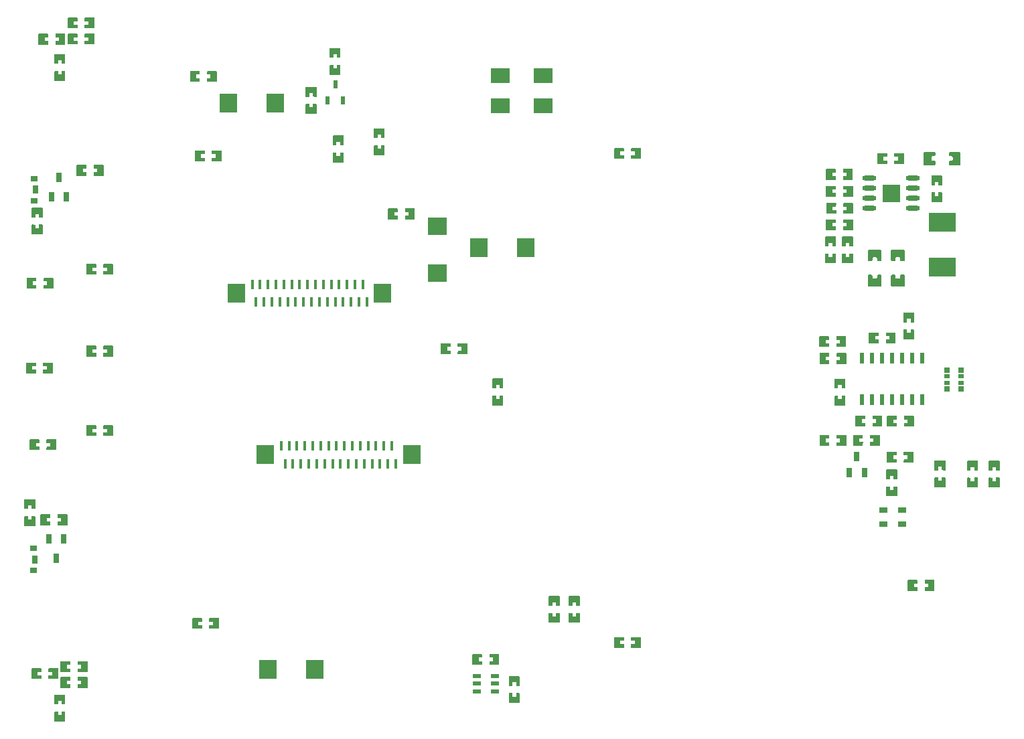
<source format=gbp>
G04 Layer: BottomPasteMaskLayer*
G04 EasyEDA Pro v2.2.40.8, 2025-09-21 19:41:23*
G04 Gerber Generator version 0.3*
G04 Scale: 100 percent, Rotated: No, Reflected: No*
G04 Dimensions in millimeters*
G04 Leading zeros omitted, absolute positions, 4 integers and 5 decimals*
G04 Generated by one-click*
%FSLAX45Y45*%
%MOMM*%
%ADD10R,2.37599X1.9*%
%ADD11R,0.9X0.65001*%
%ADD12R,0.7X1.0*%
%ADD13R,0.7X1.25001*%
%ADD14R,0.4X1.25001*%
%ADD15R,2.2X2.4*%
%ADD16R,0.55999X1.42999*%
%ADD17O,1.8X0.6*%
%ADD18R,2.28999X2.28999*%
%ADD19R,3.5047X2.35001*%
%ADD20R,3.49999X2.35001*%
%ADD21R,2.20749X2.37599*%
%ADD22R,2.37599X2.20749*%
%ADD23R,0.6X1.07*%
%ADD24R,0.8X0.65001*%
%ADD25R,0.8X0.5*%
%ADD26R,1.0X0.75001*%
%ADD27R,1.07201X0.532*%
G75*


G04 PolygonModel Start*
G36*
G01X4983617Y6615196D02*
G01X4983617Y6487198D01*
G01X4988618Y6482197D01*
G01X5103619Y6482197D01*
G01X5108618Y6487198D01*
G01X5109121Y6528201D01*
G01X5064120Y6528201D01*
G01X5064120Y6573200D01*
G01X5108120Y6573200D01*
G01X5108618Y6615196D01*
G01X5103619Y6620198D01*
G01X4988618Y6620198D01*
G01X4983617Y6615196D01*
G37*
G36*
G01X5198618Y6615196D02*
G01X5198621Y6573200D01*
G01X5243119Y6573200D01*
G01X5243119Y6528201D01*
G01X5199121Y6528201D01*
G01X5198618Y6487198D01*
G01X5203619Y6482197D01*
G01X5318618Y6482197D01*
G01X5323619Y6487198D01*
G01X5323619Y6615196D01*
G01X5318618Y6620198D01*
G01X5203619Y6620198D01*
G01X5198618Y6615196D01*
G37*
G36*
G01X1171118Y5916160D02*
G01X1171118Y5788162D01*
G01X1176119Y5783161D01*
G01X1291120Y5783161D01*
G01X1296119Y5788162D01*
G01X1296622Y5829165D01*
G01X1251621Y5829165D01*
G01X1251621Y5874164D01*
G01X1295621Y5874164D01*
G01X1296119Y5916160D01*
G01X1291120Y5921162D01*
G01X1176119Y5921162D01*
G01X1171118Y5916160D01*
G37*
G36*
G01X1386119Y5916160D02*
G01X1386121Y5874164D01*
G01X1430619Y5874164D01*
G01X1430619Y5829165D01*
G01X1386622Y5829165D01*
G01X1386119Y5788162D01*
G01X1391120Y5783161D01*
G01X1506118Y5783161D01*
G01X1511120Y5788162D01*
G01X1511120Y5916160D01*
G01X1506118Y5921162D01*
G01X1391120Y5921162D01*
G01X1386119Y5916160D01*
G37*
G36*
G01X1171118Y4879840D02*
G01X1171118Y4751842D01*
G01X1176119Y4746841D01*
G01X1291120Y4746841D01*
G01X1296119Y4751842D01*
G01X1296622Y4792845D01*
G01X1251621Y4792845D01*
G01X1251621Y4837844D01*
G01X1295621Y4837844D01*
G01X1296119Y4879840D01*
G01X1291120Y4884842D01*
G01X1176119Y4884842D01*
G01X1171118Y4879840D01*
G37*
G36*
G01X1386119Y4879840D02*
G01X1386121Y4837844D01*
G01X1430619Y4837844D01*
G01X1430619Y4792845D01*
G01X1386622Y4792845D01*
G01X1386119Y4751842D01*
G01X1391120Y4746841D01*
G01X1506118Y4746841D01*
G01X1511120Y4751842D01*
G01X1511120Y4879840D01*
G01X1506118Y4884842D01*
G01X1391120Y4884842D01*
G01X1386119Y4879840D01*
G37*
G36*
G01X1171118Y3874000D02*
G01X1171118Y3746002D01*
G01X1176119Y3741001D01*
G01X1291120Y3741001D01*
G01X1296119Y3746002D01*
G01X1296622Y3787005D01*
G01X1251621Y3787005D01*
G01X1251621Y3832004D01*
G01X1295621Y3832004D01*
G01X1296119Y3874000D01*
G01X1291120Y3879002D01*
G01X1176119Y3879002D01*
G01X1171118Y3874000D01*
G37*
G36*
G01X1386119Y3874000D02*
G01X1386121Y3832004D01*
G01X1430619Y3832004D01*
G01X1430619Y3787005D01*
G01X1386622Y3787005D01*
G01X1386119Y3746002D01*
G01X1391120Y3741001D01*
G01X1506118Y3741001D01*
G01X1511120Y3746002D01*
G01X1511120Y3874000D01*
G01X1506118Y3879002D01*
G01X1391120Y3879002D01*
G01X1386119Y3874000D01*
G37*
G36*
G01X7276600Y1379398D02*
G01X7404598Y1379398D01*
G01X7409599Y1384399D01*
G01X7409599Y1499400D01*
G01X7404598Y1504399D01*
G01X7363595Y1504902D01*
G01X7363595Y1459901D01*
G01X7318596Y1459901D01*
G01X7318596Y1503901D01*
G01X7276600Y1504399D01*
G01X7271598Y1499400D01*
G01X7271598Y1384399D01*
G01X7276600Y1379398D01*
G37*
G36*
G01X7276600Y1594399D02*
G01X7318596Y1594401D01*
G01X7318596Y1638899D01*
G01X7363595Y1638899D01*
G01X7363595Y1594902D01*
G01X7404598Y1594399D01*
G01X7409599Y1599400D01*
G01X7409599Y1714398D01*
G01X7404598Y1719400D01*
G01X7276600Y1719400D01*
G01X7271598Y1714398D01*
G01X7271598Y1599400D01*
G01X7276600Y1594399D01*
G37*
G36*
G01X7022600Y1379398D02*
G01X7150598Y1379398D01*
G01X7155599Y1384399D01*
G01X7155599Y1499400D01*
G01X7150598Y1504399D01*
G01X7109595Y1504902D01*
G01X7109595Y1459901D01*
G01X7064596Y1459901D01*
G01X7064596Y1503901D01*
G01X7022600Y1504399D01*
G01X7017598Y1499400D01*
G01X7017598Y1384399D01*
G01X7022600Y1379398D01*
G37*
G36*
G01X7022600Y1594399D02*
G01X7064596Y1594401D01*
G01X7064596Y1638899D01*
G01X7109595Y1638899D01*
G01X7109595Y1594902D01*
G01X7150598Y1594399D01*
G01X7155599Y1599400D01*
G01X7155599Y1714398D01*
G01X7150598Y1719400D01*
G01X7022600Y1719400D01*
G01X7017598Y1714398D01*
G01X7017598Y1599400D01*
G01X7022600Y1594399D01*
G37*
G36*
G01X755261Y5610449D02*
G01X755261Y5738447D01*
G01X750260Y5743448D01*
G01X635259Y5743448D01*
G01X630260Y5738447D01*
G01X629757Y5697444D01*
G01X674759Y5697444D01*
G01X674759Y5652445D01*
G01X630758Y5652445D01*
G01X630260Y5610449D01*
G01X635259Y5605447D01*
G01X750260Y5605447D01*
G01X755261Y5610449D01*
G37*
G36*
G01X540261Y5610449D02*
G01X540258Y5652445D01*
G01X495760Y5652445D01*
G01X495760Y5697444D01*
G01X539758Y5697444D01*
G01X540261Y5738447D01*
G01X535259Y5743448D01*
G01X420261Y5743448D01*
G01X415260Y5738447D01*
G01X415260Y5610449D01*
G01X420261Y5605447D01*
G01X535259Y5605447D01*
G01X540261Y5610449D01*
G37*
G36*
G01X749122Y4538480D02*
G01X749122Y4666478D01*
G01X744121Y4671479D01*
G01X629120Y4671479D01*
G01X624121Y4666478D01*
G01X623618Y4625475D01*
G01X668619Y4625475D01*
G01X668619Y4580476D01*
G01X624619Y4580476D01*
G01X624121Y4538480D01*
G01X629120Y4533478D01*
G01X744121Y4533478D01*
G01X749122Y4538480D01*
G37*
G36*
G01X534121Y4538480D02*
G01X534119Y4580476D01*
G01X489621Y4580476D01*
G01X489621Y4625475D01*
G01X533618Y4625475D01*
G01X534121Y4666478D01*
G01X529120Y4671479D01*
G01X414122Y4671479D01*
G01X409120Y4666478D01*
G01X409120Y4538480D01*
G01X414122Y4533478D01*
G01X529120Y4533478D01*
G01X534121Y4538480D01*
G37*
G36*
G01X793279Y3568289D02*
G01X793279Y3696287D01*
G01X788278Y3701288D01*
G01X673277Y3701288D01*
G01X668278Y3696287D01*
G01X667775Y3655284D01*
G01X712776Y3655284D01*
G01X712776Y3610285D01*
G01X668776Y3610285D01*
G01X668278Y3568289D01*
G01X673277Y3563287D01*
G01X788278Y3563287D01*
G01X793279Y3568289D01*
G37*
G36*
G01X578278Y3568289D02*
G01X578275Y3610285D01*
G01X533777Y3610285D01*
G01X533777Y3655284D01*
G01X577775Y3655284D01*
G01X578278Y3696287D01*
G01X573277Y3701288D01*
G01X458278Y3701288D01*
G01X453277Y3696287D01*
G01X453277Y3568289D01*
G01X458278Y3563287D01*
G01X573277Y3563287D01*
G01X578278Y3568289D01*
G37*
G36*
G01X4379996Y8651103D02*
G01X4251998Y8651103D01*
G01X4246997Y8646102D01*
G01X4246997Y8531101D01*
G01X4251998Y8526102D01*
G01X4293001Y8525599D01*
G01X4293001Y8570600D01*
G01X4338000Y8570600D01*
G01X4338000Y8526600D01*
G01X4379996Y8526102D01*
G01X4384998Y8531101D01*
G01X4384998Y8646102D01*
G01X4379996Y8651103D01*
G37*
G36*
G01X4379996Y8436102D02*
G01X4338000Y8436099D01*
G01X4338000Y8391601D01*
G01X4293001Y8391601D01*
G01X4293001Y8435599D01*
G01X4251998Y8436102D01*
G01X4246997Y8431101D01*
G01X4246997Y8316102D01*
G01X4251998Y8311101D01*
G01X4379996Y8311101D01*
G01X4384998Y8316102D01*
G01X4384998Y8431101D01*
G01X4379996Y8436102D01*
G37*
G36*
G01X932002Y2618240D02*
G01X932002Y2746238D01*
G01X927001Y2751239D01*
G01X812000Y2751239D01*
G01X807001Y2746238D01*
G01X806498Y2705235D01*
G01X851499Y2705235D01*
G01X851499Y2660236D01*
G01X807499Y2660236D01*
G01X807001Y2618240D01*
G01X812000Y2613238D01*
G01X927001Y2613238D01*
G01X932002Y2618240D01*
G37*
G36*
G01X717001Y2618240D02*
G01X716999Y2660236D01*
G01X672501Y2660236D01*
G01X672501Y2705235D01*
G01X716498Y2705235D01*
G01X717001Y2746238D01*
G01X712000Y2751239D01*
G01X597002Y2751239D01*
G01X592000Y2746238D01*
G01X592000Y2618240D01*
G01X597002Y2613238D01*
G01X712000Y2613238D01*
G01X717001Y2618240D01*
G37*
G36*
G01X393200Y2603678D02*
G01X521198Y2603678D01*
G01X526199Y2608679D01*
G01X526199Y2723680D01*
G01X521198Y2728679D01*
G01X480195Y2729182D01*
G01X480195Y2684181D01*
G01X435196Y2684181D01*
G01X435196Y2728181D01*
G01X393200Y2728679D01*
G01X388198Y2723680D01*
G01X388198Y2608679D01*
G01X393200Y2603678D01*
G37*
G36*
G01X393200Y2818679D02*
G01X435196Y2818681D01*
G01X435196Y2863179D01*
G01X480195Y2863179D01*
G01X480195Y2819182D01*
G01X521198Y2818679D01*
G01X526199Y2823680D01*
G01X526199Y2938678D01*
G01X521198Y2943680D01*
G01X393200Y2943680D01*
G01X388198Y2938678D01*
G01X388198Y2823680D01*
G01X393200Y2818679D01*
G37*
G36*
G01X1389202Y7037840D02*
G01X1389202Y7165838D01*
G01X1384201Y7170839D01*
G01X1269200Y7170839D01*
G01X1264201Y7165838D01*
G01X1263698Y7124835D01*
G01X1308699Y7124835D01*
G01X1308699Y7079836D01*
G01X1264699Y7079836D01*
G01X1264201Y7037840D01*
G01X1269200Y7032838D01*
G01X1384201Y7032838D01*
G01X1389202Y7037840D01*
G37*
G36*
G01X1174201Y7037840D02*
G01X1174199Y7079836D01*
G01X1129701Y7079836D01*
G01X1129701Y7124835D01*
G01X1173698Y7124835D01*
G01X1174201Y7165838D01*
G01X1169200Y7170839D01*
G01X1054202Y7170839D01*
G01X1049200Y7165838D01*
G01X1049200Y7037840D01*
G01X1054202Y7032838D01*
G01X1169200Y7032838D01*
G01X1174201Y7037840D01*
G37*
G36*
G01X612640Y6631762D02*
G01X484642Y6631762D01*
G01X479641Y6626761D01*
G01X479641Y6511760D01*
G01X484642Y6506761D01*
G01X525645Y6506258D01*
G01X525645Y6551259D01*
G01X570644Y6551259D01*
G01X570644Y6507259D01*
G01X612640Y6506761D01*
G01X617642Y6511760D01*
G01X617642Y6626761D01*
G01X612640Y6631762D01*
G37*
G36*
G01X612640Y6416761D02*
G01X570644Y6416759D01*
G01X570644Y6372261D01*
G01X525645Y6372261D01*
G01X525645Y6416258D01*
G01X484642Y6416761D01*
G01X479641Y6411760D01*
G01X479641Y6296762D01*
G01X484642Y6291760D01*
G01X612640Y6291760D01*
G01X617642Y6296762D01*
G01X617642Y6411760D01*
G01X612640Y6416761D01*
G37*
G36*
G01X10437038Y5001760D02*
G01X10437038Y4873762D01*
G01X10442039Y4868761D01*
G01X10557040Y4868761D01*
G01X10562039Y4873762D01*
G01X10562542Y4914765D01*
G01X10517541Y4914765D01*
G01X10517541Y4959764D01*
G01X10561541Y4959764D01*
G01X10562039Y5001760D01*
G01X10557040Y5006762D01*
G01X10442039Y5006762D01*
G01X10437038Y5001760D01*
G37*
G36*
G01X10652039Y5001760D02*
G01X10652041Y4959764D01*
G01X10696539Y4959764D01*
G01X10696539Y4914765D01*
G01X10652542Y4914765D01*
G01X10652039Y4873762D01*
G01X10657040Y4868761D01*
G01X10772038Y4868761D01*
G01X10777040Y4873762D01*
G01X10777040Y5001760D01*
G01X10772038Y5006762D01*
G01X10657040Y5006762D01*
G01X10652039Y5001760D01*
G37*
G36*
G01X10863758Y3752080D02*
G01X10863758Y3624082D01*
G01X10868759Y3619081D01*
G01X10983760Y3619081D01*
G01X10988759Y3624082D01*
G01X10989262Y3665085D01*
G01X10944261Y3665085D01*
G01X10944261Y3710084D01*
G01X10988261Y3710084D01*
G01X10988759Y3752080D01*
G01X10983760Y3757082D01*
G01X10868759Y3757082D01*
G01X10863758Y3752080D01*
G37*
G36*
G01X11078759Y3752080D02*
G01X11078761Y3710084D01*
G01X11123259Y3710084D01*
G01X11123259Y3665085D01*
G01X11079262Y3665085D01*
G01X11078759Y3624082D01*
G01X11083760Y3619081D01*
G01X11198758Y3619081D01*
G01X11203760Y3624082D01*
G01X11203760Y3752080D01*
G01X11198758Y3757082D01*
G01X11083760Y3757082D01*
G01X11078759Y3752080D01*
G37*
G36*
G01X10894238Y3995920D02*
G01X10894238Y3867922D01*
G01X10899239Y3862921D01*
G01X11014240Y3862921D01*
G01X11019239Y3867922D01*
G01X11019742Y3908925D01*
G01X10974741Y3908925D01*
G01X10974741Y3953924D01*
G01X11018741Y3953924D01*
G01X11019239Y3995920D01*
G01X11014240Y4000922D01*
G01X10899239Y4000922D01*
G01X10894238Y3995920D01*
G37*
G36*
G01X11109239Y3995920D02*
G01X11109241Y3953924D01*
G01X11153739Y3953924D01*
G01X11153739Y3908925D01*
G01X11109742Y3908925D01*
G01X11109239Y3867922D01*
G01X11114240Y3862921D01*
G01X11229238Y3862921D01*
G01X11234240Y3867922D01*
G01X11234240Y3995920D01*
G01X11229238Y4000922D01*
G01X11114240Y4000922D01*
G01X11109239Y3995920D01*
G37*
G36*
G01X10762480Y4467682D02*
G01X10634482Y4467682D01*
G01X10629481Y4462681D01*
G01X10629481Y4347680D01*
G01X10634482Y4342681D01*
G01X10675485Y4342178D01*
G01X10675485Y4387179D01*
G01X10720484Y4387179D01*
G01X10720484Y4343179D01*
G01X10762480Y4342681D01*
G01X10767482Y4347680D01*
G01X10767482Y4462681D01*
G01X10762480Y4467682D01*
G37*
G36*
G01X10762480Y4252681D02*
G01X10720484Y4252679D01*
G01X10720484Y4208181D01*
G01X10675485Y4208181D01*
G01X10675485Y4252178D01*
G01X10634482Y4252681D01*
G01X10629481Y4247680D01*
G01X10629481Y4132682D01*
G01X10634482Y4127680D01*
G01X10762480Y4127680D01*
G01X10767482Y4132682D01*
G01X10767482Y4247680D01*
G01X10762480Y4252681D01*
G37*
G36*
G01X11403143Y4918219D02*
G01X11403143Y5046217D01*
G01X11398142Y5051218D01*
G01X11283141Y5051218D01*
G01X11278142Y5046217D01*
G01X11277639Y5005214D01*
G01X11322641Y5005214D01*
G01X11322641Y4960215D01*
G01X11278640Y4960215D01*
G01X11278142Y4918219D01*
G01X11283141Y4913217D01*
G01X11398142Y4913217D01*
G01X11403143Y4918219D01*
G37*
G36*
G01X11188142Y4918219D02*
G01X11188140Y4960215D01*
G01X11143642Y4960215D01*
G01X11143642Y5005214D01*
G01X11187640Y5005214D01*
G01X11188142Y5046217D01*
G01X11183141Y5051218D01*
G01X11068143Y5051218D01*
G01X11063141Y5046217D01*
G01X11063141Y4918219D01*
G01X11068143Y4913217D01*
G01X11183141Y4913217D01*
G01X11188142Y4918219D01*
G37*
G36*
G01X11632421Y5304621D02*
G01X11504423Y5304621D01*
G01X11499422Y5299620D01*
G01X11499422Y5184619D01*
G01X11504423Y5179620D01*
G01X11545426Y5179117D01*
G01X11545426Y5224118D01*
G01X11590425Y5224118D01*
G01X11590425Y5180118D01*
G01X11632421Y5179620D01*
G01X11637423Y5184619D01*
G01X11637423Y5299620D01*
G01X11632421Y5304621D01*
G37*
G36*
G01X11632421Y5089620D02*
G01X11590425Y5089618D01*
G01X11590425Y5045119D01*
G01X11545426Y5045119D01*
G01X11545426Y5089117D01*
G01X11504423Y5089620D01*
G01X11499422Y5084619D01*
G01X11499422Y4969620D01*
G01X11504423Y4964619D01*
G01X11632421Y4964619D01*
G01X11637423Y4969620D01*
G01X11637423Y5084619D01*
G01X11632421Y5089620D01*
G37*
G36*
G01X10439537Y4786396D02*
G01X10439537Y4658398D01*
G01X10444538Y4653397D01*
G01X10559539Y4653397D01*
G01X10564538Y4658398D01*
G01X10565041Y4699401D01*
G01X10520040Y4699401D01*
G01X10520040Y4744400D01*
G01X10564040Y4744400D01*
G01X10564538Y4786396D01*
G01X10559539Y4791398D01*
G01X10444538Y4791398D01*
G01X10439537Y4786396D01*
G37*
G36*
G01X10654538Y4786396D02*
G01X10654541Y4744400D01*
G01X10699039Y4744400D01*
G01X10699039Y4699401D01*
G01X10655041Y4699401D01*
G01X10654538Y4658398D01*
G01X10659539Y4653397D01*
G01X10774538Y4653397D01*
G01X10779539Y4658398D01*
G01X10779539Y4786396D01*
G01X10774538Y4791398D01*
G01X10659539Y4791398D01*
G01X10654538Y4786396D01*
G37*
G36*
G01X2821762Y8226560D02*
G01X2821762Y8354558D01*
G01X2816761Y8359559D01*
G01X2701760Y8359559D01*
G01X2696761Y8354558D01*
G01X2696258Y8313555D01*
G01X2741259Y8313555D01*
G01X2741259Y8268556D01*
G01X2697259Y8268556D01*
G01X2696761Y8226560D01*
G01X2701760Y8221558D01*
G01X2816761Y8221558D01*
G01X2821762Y8226560D01*
G37*
G36*
G01X2606761Y8226560D02*
G01X2606759Y8268556D01*
G01X2562261Y8268556D01*
G01X2562261Y8313555D01*
G01X2606258Y8313555D01*
G01X2606761Y8354558D01*
G01X2601760Y8359559D01*
G01X2486762Y8359559D01*
G01X2481760Y8354558D01*
G01X2481760Y8226560D01*
G01X2486762Y8221558D01*
G01X2601760Y8221558D01*
G01X2606761Y8226560D01*
G37*
G36*
G01X2509698Y1435600D02*
G01X2509698Y1307602D01*
G01X2514699Y1302601D01*
G01X2629700Y1302601D01*
G01X2634699Y1307602D01*
G01X2635202Y1348605D01*
G01X2590201Y1348605D01*
G01X2590201Y1393604D01*
G01X2634201Y1393604D01*
G01X2634699Y1435600D01*
G01X2629700Y1440602D01*
G01X2514699Y1440602D01*
G01X2509698Y1435600D01*
G37*
G36*
G01X2724699Y1435600D02*
G01X2724701Y1393604D01*
G01X2769199Y1393604D01*
G01X2769199Y1348605D01*
G01X2725202Y1348605D01*
G01X2724699Y1307602D01*
G01X2729700Y1302601D01*
G01X2844698Y1302601D01*
G01X2849700Y1307602D01*
G01X2849700Y1435600D01*
G01X2844698Y1440602D01*
G01X2729700Y1440602D01*
G01X2724699Y1435600D01*
G37*
G36*
G01X6308324Y4130177D02*
G01X6436322Y4130177D01*
G01X6441323Y4135178D01*
G01X6441323Y4250179D01*
G01X6436322Y4255178D01*
G01X6395319Y4255681D01*
G01X6395319Y4210680D01*
G01X6350320Y4210680D01*
G01X6350320Y4254680D01*
G01X6308324Y4255178D01*
G01X6303322Y4250179D01*
G01X6303322Y4135178D01*
G01X6308324Y4130177D01*
G37*
G36*
G01X6308324Y4345178D02*
G01X6350320Y4345181D01*
G01X6350320Y4389679D01*
G01X6395319Y4389679D01*
G01X6395319Y4345681D01*
G01X6436322Y4345178D01*
G01X6441323Y4350179D01*
G01X6441323Y4465178D01*
G01X6436322Y4470179D01*
G01X6308324Y4470179D01*
G01X6303322Y4465178D01*
G01X6303322Y4350179D01*
G01X6308324Y4345178D01*
G37*
G36*
G01X8183743Y7253204D02*
G01X8183743Y7381202D01*
G01X8178742Y7386203D01*
G01X8063741Y7386203D01*
G01X8058742Y7381202D01*
G01X8058239Y7340199D01*
G01X8103240Y7340199D01*
G01X8103240Y7295200D01*
G01X8059240Y7295200D01*
G01X8058742Y7253204D01*
G01X8063741Y7248202D01*
G01X8178742Y7248202D01*
G01X8183743Y7253204D01*
G37*
G36*
G01X7968742Y7253204D02*
G01X7968739Y7295200D01*
G01X7924241Y7295200D01*
G01X7924241Y7340199D01*
G01X7968239Y7340199D01*
G01X7968742Y7381202D01*
G01X7963741Y7386203D01*
G01X7848742Y7386203D01*
G01X7843741Y7381202D01*
G01X7843741Y7253204D01*
G01X7848742Y7248202D01*
G01X7963741Y7248202D01*
G01X7968742Y7253204D01*
G37*
G36*
G01X8183743Y1065764D02*
G01X8183743Y1193762D01*
G01X8178742Y1198763D01*
G01X8063741Y1198763D01*
G01X8058742Y1193762D01*
G01X8058239Y1152759D01*
G01X8103240Y1152759D01*
G01X8103240Y1107760D01*
G01X8059240Y1107760D01*
G01X8058742Y1065764D01*
G01X8063741Y1060762D01*
G01X8178742Y1060762D01*
G01X8183743Y1065764D01*
G37*
G36*
G01X7968742Y1065764D02*
G01X7968739Y1107760D01*
G01X7924241Y1107760D01*
G01X7924241Y1152759D01*
G01X7968239Y1152759D01*
G01X7968742Y1193762D01*
G01X7963741Y1198763D01*
G01X7848742Y1198763D01*
G01X7843741Y1193762D01*
G01X7843741Y1065764D01*
G01X7848742Y1060762D01*
G01X7963741Y1060762D01*
G01X7968742Y1065764D01*
G37*
G36*
G01X12438880Y3431362D02*
G01X12310882Y3431362D01*
G01X12305881Y3426361D01*
G01X12305881Y3311360D01*
G01X12310882Y3306361D01*
G01X12351885Y3305858D01*
G01X12351885Y3350859D01*
G01X12396884Y3350859D01*
G01X12396884Y3306859D01*
G01X12438880Y3306361D01*
G01X12443882Y3311360D01*
G01X12443882Y3426361D01*
G01X12438880Y3431362D01*
G37*
G36*
G01X12438880Y3216361D02*
G01X12396884Y3216359D01*
G01X12396884Y3171861D01*
G01X12351885Y3171861D01*
G01X12351885Y3215858D01*
G01X12310882Y3216361D01*
G01X12305881Y3211360D01*
G01X12305881Y3096362D01*
G01X12310882Y3091360D01*
G01X12438880Y3091360D01*
G01X12443882Y3096362D01*
G01X12443882Y3211360D01*
G01X12438880Y3216361D01*
G37*
G36*
G01X12713200Y3431362D02*
G01X12585202Y3431362D01*
G01X12580201Y3426361D01*
G01X12580201Y3311360D01*
G01X12585202Y3306361D01*
G01X12626205Y3305858D01*
G01X12626205Y3350859D01*
G01X12671204Y3350859D01*
G01X12671204Y3306859D01*
G01X12713200Y3306361D01*
G01X12718202Y3311360D01*
G01X12718202Y3426361D01*
G01X12713200Y3431362D01*
G37*
G36*
G01X12713200Y3216361D02*
G01X12671204Y3216359D01*
G01X12671204Y3171861D01*
G01X12626205Y3171861D01*
G01X12626205Y3215858D01*
G01X12585202Y3216361D01*
G01X12580201Y3211360D01*
G01X12580201Y3096362D01*
G01X12585202Y3091360D01*
G01X12713200Y3091360D01*
G01X12718202Y3096362D01*
G01X12718202Y3211360D01*
G01X12713200Y3216361D01*
G37*
G36*
G01X900196Y472303D02*
G01X772198Y472303D01*
G01X767197Y467302D01*
G01X767197Y352301D01*
G01X772198Y347302D01*
G01X813201Y346799D01*
G01X813201Y391800D01*
G01X858200Y391800D01*
G01X858200Y347800D01*
G01X900196Y347302D01*
G01X905198Y352301D01*
G01X905198Y467302D01*
G01X900196Y472303D01*
G37*
G36*
G01X900196Y257302D02*
G01X858200Y257299D01*
G01X858200Y212801D01*
G01X813201Y212801D01*
G01X813201Y256799D01*
G01X772198Y257302D01*
G01X767197Y252301D01*
G01X767197Y137302D01*
G01X772198Y132301D01*
G01X900196Y132301D01*
G01X905198Y137302D01*
G01X905198Y252301D01*
G01X900196Y257302D01*
G37*
G36*
G01X844828Y690211D02*
G01X844828Y562212D01*
G01X849829Y557211D01*
G01X964830Y557211D01*
G01X969829Y562212D01*
G01X970332Y603216D01*
G01X925331Y603216D01*
G01X925331Y648214D01*
G01X969331Y648214D01*
G01X969829Y690211D01*
G01X964830Y695212D01*
G01X849829Y695212D01*
G01X844828Y690211D01*
G37*
G36*
G01X1059829Y690211D02*
G01X1059832Y648214D01*
G01X1104330Y648214D01*
G01X1104330Y603216D01*
G01X1060332Y603216D01*
G01X1059829Y562212D01*
G01X1064830Y557211D01*
G01X1179829Y557211D01*
G01X1184830Y562212D01*
G01X1184830Y690211D01*
G01X1179829Y695212D01*
G01X1064830Y695212D01*
G01X1059829Y690211D01*
G37*
G36*
G01X817702Y672600D02*
G01X817702Y800598D01*
G01X812701Y805599D01*
G01X697700Y805599D01*
G01X692701Y800598D01*
G01X692198Y759595D01*
G01X737199Y759595D01*
G01X737199Y714596D01*
G01X693199Y714596D01*
G01X692701Y672600D01*
G01X697700Y667598D01*
G01X812701Y667598D01*
G01X817702Y672600D01*
G37*
G36*
G01X602701Y672600D02*
G01X602699Y714596D01*
G01X558201Y714596D01*
G01X558201Y759595D01*
G01X602198Y759595D01*
G01X602701Y800598D01*
G01X597700Y805599D01*
G01X482702Y805599D01*
G01X477700Y800598D01*
G01X477700Y672600D01*
G01X482702Y667598D01*
G01X597700Y667598D01*
G01X602701Y672600D01*
G37*
G36*
G01X900196Y8574903D02*
G01X772198Y8574903D01*
G01X767197Y8569902D01*
G01X767197Y8454901D01*
G01X772198Y8449902D01*
G01X813201Y8449399D01*
G01X813201Y8494400D01*
G01X858200Y8494400D01*
G01X858200Y8450400D01*
G01X900196Y8449902D01*
G01X905198Y8454901D01*
G01X905198Y8569902D01*
G01X900196Y8574903D01*
G37*
G36*
G01X900196Y8359902D02*
G01X858200Y8359899D01*
G01X858200Y8315401D01*
G01X813201Y8315401D01*
G01X813201Y8359399D01*
G01X772198Y8359902D01*
G01X767197Y8354901D01*
G01X767197Y8239902D01*
G01X772198Y8234901D01*
G01X900196Y8234901D01*
G01X905198Y8239902D01*
G01X905198Y8354901D01*
G01X900196Y8359902D01*
G37*
G36*
G01X934898Y8827000D02*
G01X934898Y8699002D01*
G01X939899Y8694001D01*
G01X1054900Y8694001D01*
G01X1059899Y8699002D01*
G01X1060402Y8740005D01*
G01X1015401Y8740005D01*
G01X1015401Y8785004D01*
G01X1059401Y8785004D01*
G01X1059899Y8827000D01*
G01X1054900Y8832002D01*
G01X939899Y8832002D01*
G01X934898Y8827000D01*
G37*
G36*
G01X1149899Y8827000D02*
G01X1149901Y8785004D01*
G01X1194399Y8785004D01*
G01X1194399Y8740005D01*
G01X1150402Y8740005D01*
G01X1149899Y8699002D01*
G01X1154900Y8694001D01*
G01X1269898Y8694001D01*
G01X1274900Y8699002D01*
G01X1274900Y8827000D01*
G01X1269898Y8832002D01*
G01X1154900Y8832002D01*
G01X1149899Y8827000D01*
G37*
G36*
G01X904062Y8696460D02*
G01X904062Y8824458D01*
G01X899061Y8829459D01*
G01X784060Y8829459D01*
G01X779061Y8824458D01*
G01X778558Y8783455D01*
G01X823559Y8783455D01*
G01X823559Y8738456D01*
G01X779559Y8738456D01*
G01X779061Y8696460D01*
G01X784060Y8691458D01*
G01X899061Y8691458D01*
G01X904062Y8696460D01*
G37*
G36*
G01X689061Y8696460D02*
G01X689059Y8738456D01*
G01X644561Y8738456D01*
G01X644561Y8783455D01*
G01X688558Y8783455D01*
G01X689061Y8824458D01*
G01X684060Y8829459D01*
G01X569062Y8829459D01*
G01X564060Y8824458D01*
G01X564060Y8696460D01*
G01X569062Y8691458D01*
G01X684060Y8691458D01*
G01X689061Y8696460D01*
G37*
G36*
G01X11292977Y3993916D02*
G01X11292977Y3865918D01*
G01X11297978Y3860917D01*
G01X11412979Y3860917D01*
G01X11417978Y3865918D01*
G01X11418481Y3906921D01*
G01X11373480Y3906921D01*
G01X11373480Y3951920D01*
G01X11417480Y3951920D01*
G01X11417978Y3993916D01*
G01X11412979Y3998918D01*
G01X11297978Y3998918D01*
G01X11292977Y3993916D01*
G37*
G36*
G01X11507978Y3993916D02*
G01X11507981Y3951920D01*
G01X11552479Y3951920D01*
G01X11552479Y3906921D01*
G01X11508481Y3906921D01*
G01X11507978Y3865918D01*
G01X11512979Y3860917D01*
G01X11627978Y3860917D01*
G01X11632979Y3865918D01*
G01X11632979Y3993916D01*
G01X11627978Y3998918D01*
G01X11512979Y3998918D01*
G01X11507978Y3993916D01*
G37*
G36*
G01X5651678Y4910320D02*
G01X5651678Y4782322D01*
G01X5656679Y4777321D01*
G01X5771680Y4777321D01*
G01X5776679Y4782322D01*
G01X5777182Y4823325D01*
G01X5732181Y4823325D01*
G01X5732181Y4868324D01*
G01X5776181Y4868324D01*
G01X5776679Y4910320D01*
G01X5771680Y4915322D01*
G01X5656679Y4915322D01*
G01X5651678Y4910320D01*
G37*
G36*
G01X5866679Y4910320D02*
G01X5866681Y4868324D01*
G01X5911179Y4868324D01*
G01X5911179Y4823325D01*
G01X5867182Y4823325D01*
G01X5866679Y4782322D01*
G01X5871680Y4777321D01*
G01X5986678Y4777321D01*
G01X5991680Y4782322D01*
G01X5991680Y4910320D01*
G01X5986678Y4915322D01*
G01X5871680Y4915322D01*
G01X5866679Y4910320D01*
G37*
G36*
G01X11290478Y3538720D02*
G01X11290478Y3410722D01*
G01X11295479Y3405721D01*
G01X11410480Y3405721D01*
G01X11415479Y3410722D01*
G01X11415982Y3451725D01*
G01X11370981Y3451725D01*
G01X11370981Y3496724D01*
G01X11414981Y3496724D01*
G01X11415479Y3538720D01*
G01X11410480Y3543722D01*
G01X11295479Y3543722D01*
G01X11290478Y3538720D01*
G37*
G36*
G01X11505479Y3538720D02*
G01X11505481Y3496724D01*
G01X11549979Y3496724D01*
G01X11549979Y3451725D01*
G01X11505982Y3451725D01*
G01X11505479Y3410722D01*
G01X11510480Y3405721D01*
G01X11625478Y3405721D01*
G01X11630480Y3410722D01*
G01X11630480Y3538720D01*
G01X11625478Y3543722D01*
G01X11510480Y3543722D01*
G01X11505479Y3538720D01*
G37*
G36*
G01X10439537Y3750076D02*
G01X10439537Y3622078D01*
G01X10444538Y3617077D01*
G01X10559539Y3617077D01*
G01X10564538Y3622078D01*
G01X10565041Y3663081D01*
G01X10520040Y3663081D01*
G01X10520040Y3708080D01*
G01X10564040Y3708080D01*
G01X10564538Y3750076D01*
G01X10559539Y3755078D01*
G01X10444538Y3755078D01*
G01X10439537Y3750076D01*
G37*
G36*
G01X10654538Y3750076D02*
G01X10654541Y3708080D01*
G01X10699039Y3708080D01*
G01X10699039Y3663081D01*
G01X10655041Y3663081D01*
G01X10654538Y3622078D01*
G01X10659539Y3617077D01*
G01X10774538Y3617077D01*
G01X10779539Y3622078D01*
G01X10779539Y3750076D01*
G01X10774538Y3755078D01*
G01X10659539Y3755078D01*
G01X10654538Y3750076D01*
G37*
G36*
G01X11987296Y7038203D02*
G01X11859298Y7038203D01*
G01X11854297Y7033202D01*
G01X11854297Y6918201D01*
G01X11859298Y6913202D01*
G01X11900301Y6912699D01*
G01X11900301Y6957700D01*
G01X11945300Y6957700D01*
G01X11945300Y6913700D01*
G01X11987296Y6913202D01*
G01X11992298Y6918201D01*
G01X11992298Y7033202D01*
G01X11987296Y7038203D01*
G37*
G36*
G01X11987296Y6823202D02*
G01X11945300Y6823199D01*
G01X11945300Y6778701D01*
G01X11900301Y6778701D01*
G01X11900301Y6822699D01*
G01X11859298Y6823202D01*
G01X11854297Y6818201D01*
G01X11854297Y6703202D01*
G01X11859298Y6698201D01*
G01X11987296Y6698201D01*
G01X11992298Y6703202D01*
G01X11992298Y6818201D01*
G01X11987296Y6823202D01*
G37*
G36*
G01X11171098Y7315700D02*
G01X11171098Y7187702D01*
G01X11176099Y7182701D01*
G01X11291100Y7182701D01*
G01X11296099Y7187702D01*
G01X11296602Y7228705D01*
G01X11251601Y7228705D01*
G01X11251601Y7273704D01*
G01X11295601Y7273704D01*
G01X11296099Y7315700D01*
G01X11291100Y7320702D01*
G01X11176099Y7320702D01*
G01X11171098Y7315700D01*
G37*
G36*
G01X11386099Y7315700D02*
G01X11386101Y7273704D01*
G01X11430599Y7273704D01*
G01X11430599Y7228705D01*
G01X11386602Y7228705D01*
G01X11386099Y7187702D01*
G01X11391100Y7182701D01*
G01X11506098Y7182701D01*
G01X11511100Y7187702D01*
G01X11511100Y7315700D01*
G01X11506098Y7320702D01*
G01X11391100Y7320702D01*
G01X11386099Y7315700D01*
G37*
G36*
G01X10860903Y6986504D02*
G01X10860903Y7114502D01*
G01X10855902Y7119503D01*
G01X10740901Y7119503D01*
G01X10735902Y7114502D01*
G01X10735399Y7073499D01*
G01X10780400Y7073499D01*
G01X10780400Y7028500D01*
G01X10736400Y7028500D01*
G01X10735902Y6986504D01*
G01X10740901Y6981502D01*
G01X10855902Y6981502D01*
G01X10860903Y6986504D01*
G37*
G36*
G01X10645902Y6986504D02*
G01X10645899Y7028500D01*
G01X10601401Y7028500D01*
G01X10601401Y7073499D01*
G01X10645399Y7073499D01*
G01X10645902Y7114502D01*
G01X10640901Y7119503D01*
G01X10525902Y7119503D01*
G01X10520901Y7114502D01*
G01X10520901Y6986504D01*
G01X10525902Y6981502D01*
G01X10640901Y6981502D01*
G01X10645902Y6986504D01*
G37*
G36*
G01X10525897Y6686316D02*
G01X10525897Y6558318D01*
G01X10530898Y6553317D01*
G01X10645899Y6553317D01*
G01X10650898Y6558318D01*
G01X10651401Y6599321D01*
G01X10606400Y6599321D01*
G01X10606400Y6644320D01*
G01X10650400Y6644320D01*
G01X10650898Y6686316D01*
G01X10645899Y6691318D01*
G01X10530898Y6691318D01*
G01X10525897Y6686316D01*
G37*
G36*
G01X10740898Y6686316D02*
G01X10740901Y6644320D01*
G01X10785399Y6644320D01*
G01X10785399Y6599321D01*
G01X10741401Y6599321D01*
G01X10740898Y6558318D01*
G01X10745899Y6553317D01*
G01X10860898Y6553317D01*
G01X10865899Y6558318D01*
G01X10865899Y6686316D01*
G01X10860898Y6691318D01*
G01X10745899Y6691318D01*
G01X10740898Y6686316D01*
G37*
G36*
G01X10523398Y6901680D02*
G01X10523398Y6773682D01*
G01X10528399Y6768681D01*
G01X10643400Y6768681D01*
G01X10648399Y6773682D01*
G01X10648902Y6814685D01*
G01X10603901Y6814685D01*
G01X10603901Y6859684D01*
G01X10647901Y6859684D01*
G01X10648399Y6901680D01*
G01X10643400Y6906682D01*
G01X10528399Y6906682D01*
G01X10523398Y6901680D01*
G37*
G36*
G01X10738399Y6901680D02*
G01X10738401Y6859684D01*
G01X10782899Y6859684D01*
G01X10782899Y6814685D01*
G01X10738902Y6814685D01*
G01X10738399Y6773682D01*
G01X10743400Y6768681D01*
G01X10858398Y6768681D01*
G01X10863400Y6773682D01*
G01X10863400Y6901680D01*
G01X10858398Y6906682D01*
G01X10743400Y6906682D01*
G01X10738399Y6901680D01*
G37*
G36*
G01X10863402Y6349500D02*
G01X10863402Y6477498D01*
G01X10858401Y6482499D01*
G01X10743400Y6482499D01*
G01X10738401Y6477498D01*
G01X10737898Y6436495D01*
G01X10782899Y6436495D01*
G01X10782899Y6391496D01*
G01X10738899Y6391496D01*
G01X10738401Y6349500D01*
G01X10743400Y6344498D01*
G01X10858401Y6344498D01*
G01X10863402Y6349500D01*
G37*
G36*
G01X10648401Y6349500D02*
G01X10648399Y6391496D01*
G01X10603901Y6391496D01*
G01X10603901Y6436495D01*
G01X10647898Y6436495D01*
G01X10648401Y6477498D01*
G01X10643400Y6482499D01*
G01X10528402Y6482499D01*
G01X10523400Y6477498D01*
G01X10523400Y6349500D01*
G01X10528402Y6344498D01*
G01X10643400Y6344498D01*
G01X10648401Y6349500D01*
G37*
G36*
G01X10515100Y5925998D02*
G01X10643098Y5925998D01*
G01X10648099Y5930999D01*
G01X10648099Y6046000D01*
G01X10643098Y6050999D01*
G01X10602095Y6051502D01*
G01X10602095Y6006501D01*
G01X10557096Y6006501D01*
G01X10557096Y6050501D01*
G01X10515100Y6050999D01*
G01X10510098Y6046000D01*
G01X10510098Y5930999D01*
G01X10515100Y5925998D01*
G37*
G36*
G01X10515100Y6140999D02*
G01X10557096Y6141001D01*
G01X10557096Y6185499D01*
G01X10602095Y6185499D01*
G01X10602095Y6141502D01*
G01X10643098Y6140999D01*
G01X10648099Y6146000D01*
G01X10648099Y6260998D01*
G01X10643098Y6266000D01*
G01X10515100Y6266000D01*
G01X10510098Y6260998D01*
G01X10510098Y6146000D01*
G01X10515100Y6140999D01*
G37*
G36*
G01X10731000Y5925998D02*
G01X10858998Y5925998D01*
G01X10863999Y5930999D01*
G01X10863999Y6046000D01*
G01X10858998Y6050999D01*
G01X10817995Y6051502D01*
G01X10817995Y6006501D01*
G01X10772996Y6006501D01*
G01X10772996Y6050501D01*
G01X10731000Y6050999D01*
G01X10725998Y6046000D01*
G01X10725998Y5930999D01*
G01X10731000Y5925998D01*
G37*
G36*
G01X10731000Y6140999D02*
G01X10772996Y6141001D01*
G01X10772996Y6185499D01*
G01X10817995Y6185499D01*
G01X10817995Y6141502D01*
G01X10858998Y6140999D01*
G01X10863999Y6146000D01*
G01X10863999Y6260998D01*
G01X10858998Y6266000D01*
G01X10731000Y6266000D01*
G01X10725998Y6260998D01*
G01X10725998Y6146000D01*
G01X10731000Y6140999D01*
G37*
G36*
G01X4420636Y7543663D02*
G01X4292638Y7543663D01*
G01X4287637Y7538662D01*
G01X4287637Y7423661D01*
G01X4292638Y7418662D01*
G01X4333641Y7418159D01*
G01X4333641Y7463160D01*
G01X4378640Y7463160D01*
G01X4378640Y7419160D01*
G01X4420636Y7418662D01*
G01X4425638Y7423661D01*
G01X4425638Y7538662D01*
G01X4420636Y7543663D01*
G37*
G36*
G01X4420636Y7328662D02*
G01X4378640Y7328659D01*
G01X4378640Y7284161D01*
G01X4333641Y7284161D01*
G01X4333641Y7328159D01*
G01X4292638Y7328662D01*
G01X4287637Y7323661D01*
G01X4287637Y7208662D01*
G01X4292638Y7203661D01*
G01X4420636Y7203661D01*
G01X4425638Y7208662D01*
G01X4425638Y7323661D01*
G01X4420636Y7328662D01*
G37*
G36*
G01X2882722Y7220720D02*
G01X2882722Y7348718D01*
G01X2877721Y7353719D01*
G01X2762720Y7353719D01*
G01X2757721Y7348718D01*
G01X2757218Y7307715D01*
G01X2802219Y7307715D01*
G01X2802219Y7262716D01*
G01X2758219Y7262716D01*
G01X2757721Y7220720D01*
G01X2762720Y7215718D01*
G01X2877721Y7215718D01*
G01X2882722Y7220720D01*
G37*
G36*
G01X2667721Y7220720D02*
G01X2667719Y7262716D01*
G01X2623221Y7262716D01*
G01X2623221Y7307715D01*
G01X2667218Y7307715D01*
G01X2667721Y7348718D01*
G01X2662720Y7353719D01*
G01X2547722Y7353719D01*
G01X2542720Y7348718D01*
G01X2542720Y7220720D01*
G01X2547722Y7215718D01*
G01X2662720Y7215718D01*
G01X2667721Y7220720D01*
G37*
G36*
G01X4938796Y7635103D02*
G01X4810798Y7635103D01*
G01X4805797Y7630102D01*
G01X4805797Y7515101D01*
G01X4810798Y7510102D01*
G01X4851801Y7509599D01*
G01X4851801Y7554600D01*
G01X4896800Y7554600D01*
G01X4896800Y7510600D01*
G01X4938796Y7510102D01*
G01X4943798Y7515101D01*
G01X4943798Y7630102D01*
G01X4938796Y7635103D01*
G37*
G36*
G01X4938796Y7420102D02*
G01X4896800Y7420099D01*
G01X4896800Y7375601D01*
G01X4851801Y7375601D01*
G01X4851801Y7419599D01*
G01X4810798Y7420102D01*
G01X4805797Y7415101D01*
G01X4805797Y7300102D01*
G01X4810798Y7295101D01*
G01X4938796Y7295101D01*
G01X4943798Y7300102D01*
G01X4943798Y7415101D01*
G01X4938796Y7420102D01*
G37*
G36*
G01X4077200Y8158302D02*
G01X3949202Y8158302D01*
G01X3944201Y8153301D01*
G01X3944201Y8038300D01*
G01X3949202Y8033301D01*
G01X3990205Y8032798D01*
G01X3990205Y8077799D01*
G01X4035204Y8077799D01*
G01X4035204Y8033799D01*
G01X4077200Y8033301D01*
G01X4082202Y8038300D01*
G01X4082202Y8153301D01*
G01X4077200Y8158302D01*
G37*
G36*
G01X4077200Y7943301D02*
G01X4035204Y7943299D01*
G01X4035204Y7898801D01*
G01X3990205Y7898801D01*
G01X3990205Y7942798D01*
G01X3949202Y7943301D01*
G01X3944201Y7938300D01*
G01X3944201Y7823302D01*
G01X3949202Y7818300D01*
G01X4077200Y7818300D01*
G01X4082202Y7823302D01*
G01X4082202Y7938300D01*
G01X4077200Y7943301D01*
G37*
G36*
G01X11554597Y1916196D02*
G01X11554597Y1788198D01*
G01X11559598Y1783197D01*
G01X11674599Y1783197D01*
G01X11679598Y1788198D01*
G01X11680101Y1829201D01*
G01X11635100Y1829201D01*
G01X11635100Y1874200D01*
G01X11679100Y1874200D01*
G01X11679598Y1916196D01*
G01X11674599Y1921198D01*
G01X11559598Y1921198D01*
G01X11554597Y1916196D01*
G37*
G36*
G01X11769598Y1916196D02*
G01X11769601Y1874200D01*
G01X11814099Y1874200D01*
G01X11814099Y1829201D01*
G01X11770101Y1829201D01*
G01X11769598Y1788198D01*
G01X11774599Y1783197D01*
G01X11889598Y1783197D01*
G01X11894599Y1788198D01*
G01X11894599Y1916196D01*
G01X11889598Y1921198D01*
G01X11774599Y1921198D01*
G01X11769598Y1916196D01*
G37*
G36*
G01X845998Y889500D02*
G01X845998Y761502D01*
G01X850999Y756501D01*
G01X966000Y756501D01*
G01X970999Y761502D01*
G01X971502Y802505D01*
G01X926501Y802505D01*
G01X926501Y847504D01*
G01X970501Y847504D01*
G01X970999Y889500D01*
G01X966000Y894502D01*
G01X850999Y894502D01*
G01X845998Y889500D01*
G37*
G36*
G01X1060999Y889500D02*
G01X1061001Y847504D01*
G01X1105499Y847504D01*
G01X1105499Y802505D01*
G01X1061502Y802505D01*
G01X1060999Y761502D01*
G01X1066000Y756501D01*
G01X1180998Y756501D01*
G01X1186000Y761502D01*
G01X1186000Y889500D01*
G01X1180998Y894502D01*
G01X1066000Y894502D01*
G01X1060999Y889500D01*
G37*
G36*
G01X934898Y9030200D02*
G01X934898Y8902202D01*
G01X939899Y8897201D01*
G01X1054900Y8897201D01*
G01X1059899Y8902202D01*
G01X1060402Y8943205D01*
G01X1015401Y8943205D01*
G01X1015401Y8988204D01*
G01X1059401Y8988204D01*
G01X1059899Y9030200D01*
G01X1054900Y9035202D01*
G01X939899Y9035202D01*
G01X934898Y9030200D01*
G37*
G36*
G01X1149899Y9030200D02*
G01X1149901Y8988204D01*
G01X1194399Y8988204D01*
G01X1194399Y8943205D01*
G01X1150402Y8943205D01*
G01X1149899Y8902202D01*
G01X1154900Y8897201D01*
G01X1269898Y8897201D01*
G01X1274900Y8902202D01*
G01X1274900Y9030200D01*
G01X1269898Y9035202D01*
G01X1154900Y9035202D01*
G01X1149899Y9030200D01*
G37*
G36*
G01X11417800Y3319602D02*
G01X11289802Y3319602D01*
G01X11284801Y3314601D01*
G01X11284801Y3199600D01*
G01X11289802Y3194601D01*
G01X11330805Y3194098D01*
G01X11330805Y3239099D01*
G01X11375804Y3239099D01*
G01X11375804Y3195099D01*
G01X11417800Y3194601D01*
G01X11422802Y3199600D01*
G01X11422802Y3314601D01*
G01X11417800Y3319602D01*
G37*
G36*
G01X11417800Y3104601D02*
G01X11375804Y3104599D01*
G01X11375804Y3060101D01*
G01X11330805Y3060101D01*
G01X11330805Y3104098D01*
G01X11289802Y3104601D01*
G01X11284801Y3099600D01*
G01X11284801Y2984602D01*
G01X11289802Y2979600D01*
G01X11417800Y2979600D01*
G01X11422802Y2984602D01*
G01X11422802Y3099600D01*
G01X11417800Y3104601D01*
G37*
G36*
G01X12027400Y3433902D02*
G01X11899402Y3433902D01*
G01X11894401Y3428901D01*
G01X11894401Y3313900D01*
G01X11899402Y3308901D01*
G01X11940405Y3308398D01*
G01X11940405Y3353399D01*
G01X11985404Y3353399D01*
G01X11985404Y3309399D01*
G01X12027400Y3308901D01*
G01X12032402Y3313900D01*
G01X12032402Y3428901D01*
G01X12027400Y3433902D01*
G37*
G36*
G01X12027400Y3218901D02*
G01X11985404Y3218899D01*
G01X11985404Y3174401D01*
G01X11940405Y3174401D01*
G01X11940405Y3218398D01*
G01X11899402Y3218901D01*
G01X11894401Y3213900D01*
G01X11894401Y3098902D01*
G01X11899402Y3093900D01*
G01X12027400Y3093900D01*
G01X12032402Y3098902D01*
G01X12032402Y3213900D01*
G01X12027400Y3218901D01*
G37*
G36*
G01X11506401Y5782399D02*
G01X11469375Y5782399D01*
G01X11459375Y5772399D01*
G01X11459375Y5741909D01*
G01X11449375Y5731909D01*
G01X11410625Y5731909D01*
G01X11400625Y5741909D01*
G01X11400625Y5772399D01*
G01X11390625Y5782399D01*
G01X11353599Y5782399D01*
G01X11343599Y5772399D01*
G01X11343599Y5643900D01*
G01X11353599Y5633900D01*
G01X11506401Y5633900D01*
G01X11516401Y5643900D01*
G01X11516401Y5772399D01*
G01X11506401Y5782399D01*
G37*
G36*
G01X11506401Y5952401D02*
G01X11469375Y5952401D01*
G01X11459375Y5962401D01*
G01X11459375Y5992891D01*
G01X11449375Y6002891D01*
G01X11410625Y6002891D01*
G01X11400625Y5992891D01*
G01X11400625Y5962401D01*
G01X11390625Y5952401D01*
G01X11353599Y5952401D01*
G01X11343599Y5962401D01*
G01X11343599Y6090900D01*
G01X11353599Y6100900D01*
G01X11506401Y6100900D01*
G01X11516401Y6090900D01*
G01X11516401Y5962401D01*
G01X11506401Y5952401D01*
G37*
G36*
G01X11214301Y5782399D02*
G01X11177275Y5782399D01*
G01X11167275Y5772399D01*
G01X11167275Y5741909D01*
G01X11157275Y5731909D01*
G01X11118525Y5731909D01*
G01X11108525Y5741909D01*
G01X11108525Y5772399D01*
G01X11098525Y5782399D01*
G01X11061499Y5782399D01*
G01X11051499Y5772399D01*
G01X11051499Y5643900D01*
G01X11061499Y5633900D01*
G01X11214301Y5633900D01*
G01X11224301Y5643900D01*
G01X11224301Y5772399D01*
G01X11214301Y5782399D01*
G37*
G36*
G01X11214301Y5952401D02*
G01X11177275Y5952401D01*
G01X11167275Y5962401D01*
G01X11167275Y5992891D01*
G01X11157275Y6002891D01*
G01X11118525Y6002891D01*
G01X11108525Y5992891D01*
G01X11108525Y5962401D01*
G01X11098525Y5952401D01*
G01X11061499Y5952401D01*
G01X11051499Y5962401D01*
G01X11051499Y6090900D01*
G01X11061499Y6100900D01*
G01X11214301Y6100900D01*
G01X11224301Y6090900D01*
G01X11224301Y5962401D01*
G01X11214301Y5952401D01*
G37*
G36*
G01X11903799Y7175299D02*
G01X11903799Y7212325D01*
G01X11893799Y7222325D01*
G01X11863309Y7222325D01*
G01X11853309Y7232325D01*
G01X11853309Y7271075D01*
G01X11863309Y7281075D01*
G01X11893799Y7281075D01*
G01X11903799Y7291075D01*
G01X11903799Y7328101D01*
G01X11893799Y7338101D01*
G01X11765300Y7338101D01*
G01X11755300Y7328101D01*
G01X11755300Y7175299D01*
G01X11765300Y7165299D01*
G01X11893799Y7165299D01*
G01X11903799Y7175299D01*
G37*
G36*
G01X12073801Y7175299D02*
G01X12073801Y7212325D01*
G01X12083801Y7222325D01*
G01X12114291Y7222325D01*
G01X12124291Y7232325D01*
G01X12124291Y7271075D01*
G01X12114291Y7281075D01*
G01X12083801Y7281075D01*
G01X12073801Y7291075D01*
G01X12073801Y7328101D01*
G01X12083801Y7338101D01*
G01X12212300Y7338101D01*
G01X12222300Y7328101D01*
G01X12222300Y7175299D01*
G01X12212300Y7165299D01*
G01X12083801Y7165299D01*
G01X12073801Y7175299D01*
G37*
G36*
G01X6390503Y852404D02*
G01X6390503Y980402D01*
G01X6385502Y985403D01*
G01X6270501Y985403D01*
G01X6265502Y980402D01*
G01X6264999Y939399D01*
G01X6310000Y939399D01*
G01X6310000Y894400D01*
G01X6266000Y894400D01*
G01X6265502Y852404D01*
G01X6270501Y847402D01*
G01X6385502Y847402D01*
G01X6390503Y852404D01*
G37*
G36*
G01X6175502Y852404D02*
G01X6175499Y894400D01*
G01X6131001Y894400D01*
G01X6131001Y939399D01*
G01X6174999Y939399D01*
G01X6175502Y980402D01*
G01X6170501Y985403D01*
G01X6055502Y985403D01*
G01X6050501Y980402D01*
G01X6050501Y852404D01*
G01X6055502Y847402D01*
G01X6170501Y847402D01*
G01X6175502Y852404D01*
G37*
G36*
G01X6516604Y365897D02*
G01X6644602Y365897D01*
G01X6649603Y370898D01*
G01X6649603Y485899D01*
G01X6644602Y490898D01*
G01X6603599Y491401D01*
G01X6603599Y446400D01*
G01X6558600Y446400D01*
G01X6558600Y490400D01*
G01X6516604Y490898D01*
G01X6511602Y485899D01*
G01X6511602Y370898D01*
G01X6516604Y365897D01*
G37*
G36*
G01X6516604Y580898D02*
G01X6558600Y580901D01*
G01X6558600Y625399D01*
G01X6603599Y625399D01*
G01X6603599Y581401D01*
G01X6644602Y580898D01*
G01X6649603Y585899D01*
G01X6649603Y700898D01*
G01X6644602Y705899D01*
G01X6516604Y705899D01*
G01X6511602Y700898D01*
G01X6511602Y585899D01*
G01X6516604Y580898D01*
G37*

G04 Pad Start*
G54D10*
G01X6400800Y7917815D03*
G01X6400800Y8297545D03*
G54D11*
G01X502078Y2040844D03*
G01X502078Y2320853D03*
G54D12*
G01X518410Y2180849D03*
G54D13*
G01X792480Y2191507D03*
G01X887476Y2441443D03*
G01X697484Y2441443D03*
G54D11*
G01X509994Y6717995D03*
G01X509994Y6998005D03*
G54D12*
G01X526326Y6858000D03*
G54D13*
G01X822960Y7013453D03*
G01X727964Y6763517D03*
G01X917956Y6763517D03*
G54D14*
G01X4233634Y3617709D03*
G01X4283647Y3392691D03*
G01X4333634Y3617709D03*
G01X4383646Y3392691D03*
G01X4433634Y3617709D03*
G01X4483646Y3392691D03*
G54D15*
G01X5283645Y3505213D03*
G01X3433636Y3505213D03*
G54D14*
G01X4533633Y3617684D03*
G01X4583646Y3392691D03*
G01X4633633Y3617684D03*
G01X4683646Y3392691D03*
G01X4733633Y3617684D03*
G01X4783646Y3392691D03*
G01X4833633Y3617684D03*
G01X4883645Y3392691D03*
G01X4933658Y3617684D03*
G01X4983645Y3392691D03*
G01X5033658Y3617684D03*
G01X5083645Y3392691D03*
G01X4183672Y3392691D03*
G01X4133660Y3617709D03*
G01X4083647Y3392691D03*
G01X4033660Y3617709D03*
G01X3983647Y3392691D03*
G01X3933635Y3617709D03*
G01X3883647Y3392691D03*
G01X3833635Y3617709D03*
G01X3783648Y3392691D03*
G01X3733635Y3617709D03*
G01X3683648Y3392691D03*
G01X3633635Y3617709D03*
G01X3867874Y5659869D03*
G01X3917887Y5434851D03*
G01X3967874Y5659869D03*
G01X4017886Y5434851D03*
G01X4067874Y5659869D03*
G01X4117886Y5434851D03*
G54D15*
G01X4917885Y5547373D03*
G01X3067876Y5547373D03*
G54D14*
G01X4167873Y5659844D03*
G01X4217886Y5434851D03*
G01X4267873Y5659844D03*
G01X4317886Y5434851D03*
G01X4367873Y5659844D03*
G01X4417886Y5434851D03*
G01X4467873Y5659844D03*
G01X4517885Y5434851D03*
G01X4567898Y5659844D03*
G01X4617885Y5434851D03*
G01X4667898Y5659844D03*
G01X4717885Y5434851D03*
G01X3817912Y5434851D03*
G01X3767900Y5659869D03*
G01X3717887Y5434851D03*
G01X3667900Y5659869D03*
G01X3617887Y5434851D03*
G01X3567875Y5659869D03*
G01X3517887Y5434851D03*
G01X3467875Y5659869D03*
G01X3417888Y5434851D03*
G01X3367875Y5659869D03*
G01X3317888Y5434851D03*
G01X3267875Y5659869D03*
G54D16*
G01X11736061Y4202566D03*
G01X11609061Y4202566D03*
G01X11482061Y4202566D03*
G01X11355061Y4202566D03*
G01X11228061Y4202566D03*
G01X11101061Y4202566D03*
G01X10974061Y4202566D03*
G01X10974061Y4725552D03*
G01X11101061Y4725552D03*
G01X11228061Y4725552D03*
G01X11355061Y4725552D03*
G01X11482061Y4725552D03*
G01X11609061Y4725552D03*
G01X11736061Y4725552D03*
G54D10*
G01X6949440Y7917815D03*
G01X6949440Y8297545D03*
G54D13*
G01X11006836Y3283280D03*
G01X10816844Y3283280D03*
G01X10911840Y3483280D03*
G54D17*
G01X11623421Y7002780D03*
G01X11623421Y6875780D03*
G01X11623421Y6748780D03*
G01X11623421Y6621780D03*
G01X11068939Y7002780D03*
G01X11068939Y6875780D03*
G01X11068939Y6748780D03*
G01X11068939Y6621780D03*
G54D18*
G01X11346180Y6812280D03*
G54D20*
G01X11988800Y6444501D03*
G01X11988800Y5874499D03*
G54D21*
G01X4055313Y787400D03*
G01X3463087Y787400D03*
G01X2965247Y7955280D03*
G01X3557473Y7955280D03*
G01X6135167Y6126480D03*
G01X6727393Y6126480D03*
G54D22*
G01X5608320Y6392113D03*
G01X5608320Y5799887D03*
G54D23*
G01X4318000Y8193405D03*
G01X4223004Y7986395D03*
G01X4412996Y7986395D03*
G54D24*
G01X12051195Y4337710D03*
G01X12231205Y4337710D03*
G54D25*
G01X12051195Y4417695D03*
G01X12231205Y4417695D03*
G01X12051195Y4497705D03*
G01X12231205Y4497705D03*
G54D24*
G01X12051195Y4577690D03*
G01X12231205Y4577690D03*
G54D26*
G01X11483759Y2628900D03*
G01X11249241Y2628900D03*
G01X11249241Y2806700D03*
G01X11483759Y2806700D03*
G54D27*
G01X6337910Y514604D03*
G01X6337910Y609600D03*
G01X6337910Y704596D03*
G01X6108090Y704596D03*
G01X6108090Y609600D03*
G01X6108090Y514604D03*
G04 Pad End*

M02*


</source>
